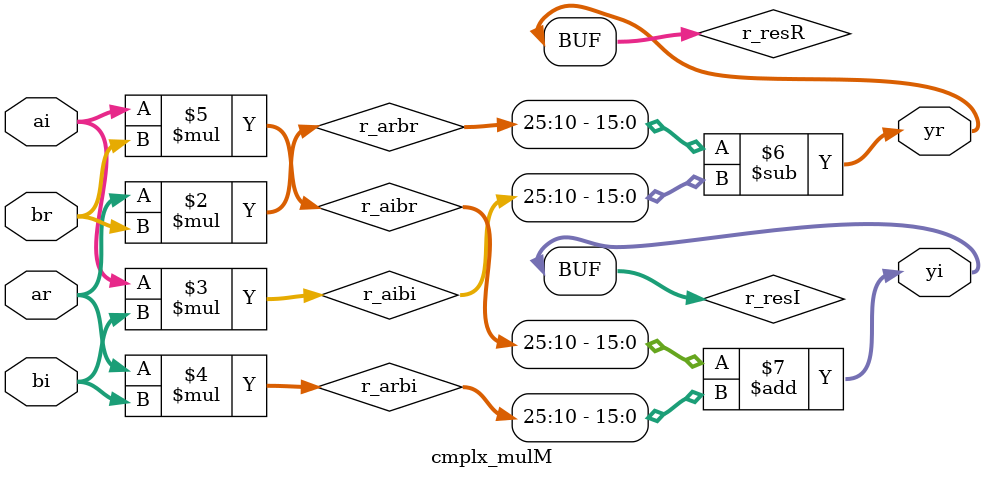
<source format=v>

module cmplx_mulM #(parameter DATA_WIDTH = 16)(
    //input clk,
   // input rstn,
	input signed [DATA_WIDTH-1:0] ar,
	input signed [DATA_WIDTH-1:0] ai,
	input signed [DATA_WIDTH-1:0] br,
	input signed [DATA_WIDTH-1:0] bi,
	output [DATA_WIDTH-1:0] yr,
	output [DATA_WIDTH-1:0] yi
    );
    // (a+jb)(c+jd) = ac - bd + j(bc+ad)
    /*  Regitsers */
    reg signed [2*DATA_WIDTH-1:0] r_arbr;
    reg signed [2*DATA_WIDTH-1:0] r_aibi;
    reg signed [2*DATA_WIDTH-1:0] r_arbi;
    reg signed [2*DATA_WIDTH-1:0] r_aibr;  
    reg signed [DATA_WIDTH-1:0] r_resR;
    reg signed [DATA_WIDTH-1:0] r_resI;    
    
    /* Assignments  */
    assign yr = r_resR;
    assign yi = r_resI;

    always @(*)
    begin
            // multiplication
            r_arbr = ar*br;
            r_aibi = ai*bi;
            r_arbi = ar*bi;
            r_aibr = ai*br;
            
            // Result
            r_resR = r_arbr[25:10] - r_aibi[25:10];     
            r_resI = r_aibr[25:10] + r_arbi[25:10]; 
    end
        
endmodule
    
</source>
